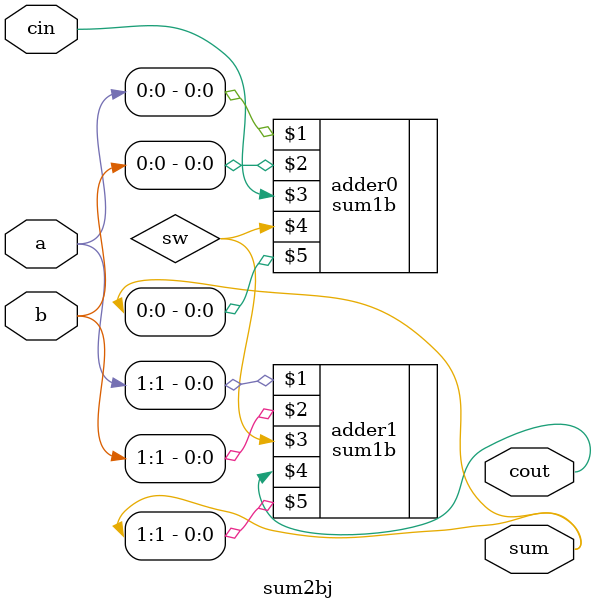
<source format=v>
/*
 * Equipo 1
 * Seccion D04
 * Sumador de 2 bits jerarquico
*/

module sum2bj(input[1:0] a, b, input cin, output[1:0] sum, output cout);
	wire sw;
	
	// A, B, Carry In, Carry Out, Sum
	sum1b adder0(a[0], b[0], cin, sw, sum[0]);
	sum1b adder1(a[1], b[1], sw, cout, sum[1]);
endmodule

</source>
